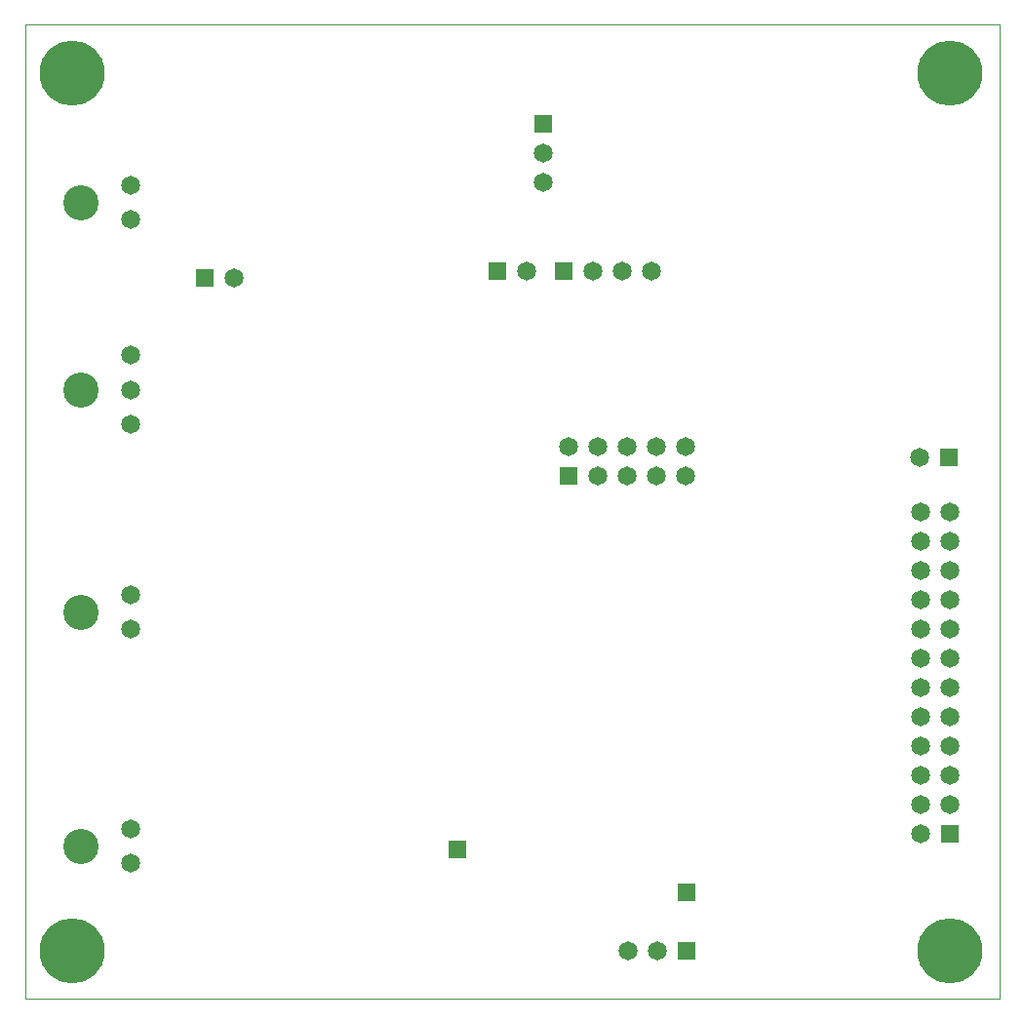
<source format=gbs>
G04 (created by PCBNEW (2013-mar-13)-testing) date Tue 03 Sep 2013 07:06:26 PM EDT*
%MOIN*%
G04 Gerber Fmt 3.4, Leading zero omitted, Abs format*
%FSLAX34Y34*%
G01*
G70*
G90*
G04 APERTURE LIST*
%ADD10C,0.005906*%
%ADD11C,0.003937*%
%ADD12C,0.222441*%
%ADD13R,0.064961X0.064961*%
%ADD14C,0.064961*%
%ADD15C,0.120079*%
G04 APERTURE END LIST*
G54D10*
G54D11*
X43385Y-47637D02*
X43385Y-14330D01*
X76692Y-47637D02*
X43385Y-47637D01*
X76692Y-14330D02*
X76692Y-47637D01*
X43385Y-14330D02*
X76692Y-14330D01*
G54D12*
X75000Y-46000D03*
X45000Y-16000D03*
X75000Y-16000D03*
X45000Y-46000D03*
G54D13*
X58169Y-42519D03*
X66000Y-44000D03*
X66000Y-46000D03*
G54D14*
X65000Y-46000D03*
X64000Y-46000D03*
G54D13*
X61811Y-22755D03*
G54D14*
X62811Y-22755D03*
X63811Y-22755D03*
X64811Y-22755D03*
G54D13*
X59527Y-22755D03*
G54D14*
X60527Y-22755D03*
G54D13*
X49527Y-22992D03*
G54D14*
X50527Y-22992D03*
G54D13*
X74960Y-29133D03*
G54D14*
X73960Y-29133D03*
G54D13*
X75000Y-42000D03*
G54D14*
X74000Y-42000D03*
X75000Y-41000D03*
X74000Y-41000D03*
X75000Y-40000D03*
X74000Y-40000D03*
X75000Y-39000D03*
X74000Y-39000D03*
X75000Y-38000D03*
X74000Y-38000D03*
X75000Y-37000D03*
X74000Y-37000D03*
X75000Y-36000D03*
X74000Y-36000D03*
X75000Y-35000D03*
X74000Y-35000D03*
X75000Y-34000D03*
X74000Y-34000D03*
X75000Y-33000D03*
X74000Y-33000D03*
X75000Y-32000D03*
X74000Y-32000D03*
X75000Y-31000D03*
X74000Y-31000D03*
G54D13*
X61102Y-17716D03*
G54D14*
X61102Y-18716D03*
X61102Y-19716D03*
X47000Y-28000D03*
X47000Y-26818D03*
G54D15*
X45299Y-26818D03*
G54D14*
X47000Y-25637D03*
X47000Y-43000D03*
X47000Y-41818D03*
G54D15*
X45299Y-42409D03*
G54D14*
X47000Y-35000D03*
X47000Y-33818D03*
G54D15*
X45299Y-34409D03*
G54D14*
X47000Y-21000D03*
X47000Y-19818D03*
G54D15*
X45299Y-20409D03*
G54D13*
X61968Y-29763D03*
G54D14*
X61968Y-28763D03*
X62968Y-29763D03*
X62968Y-28763D03*
X63968Y-29763D03*
X63968Y-28763D03*
X64968Y-29763D03*
X64968Y-28763D03*
X65968Y-29763D03*
X65968Y-28763D03*
M02*

</source>
